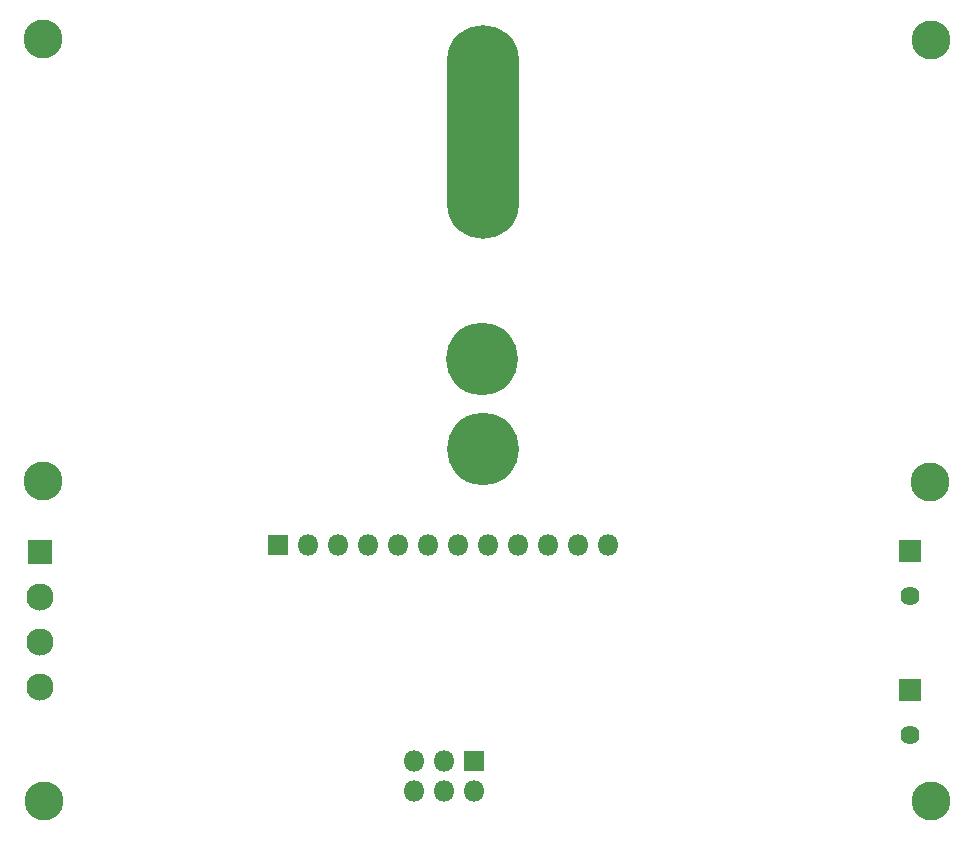
<source format=gbr>
G04 #@! TF.GenerationSoftware,KiCad,Pcbnew,(5.1.5)-3*
G04 #@! TF.CreationDate,2020-07-27T15:31:11+01:00*
G04 #@! TF.ProjectId,diyBMS-CurrentShunt,64697942-4d53-42d4-9375-7272656e7453,rev?*
G04 #@! TF.SameCoordinates,Original*
G04 #@! TF.FileFunction,Soldermask,Bot*
G04 #@! TF.FilePolarity,Negative*
%FSLAX46Y46*%
G04 Gerber Fmt 4.6, Leading zero omitted, Abs format (unit mm)*
G04 Created by KiCad (PCBNEW (5.1.5)-3) date 2020-07-27 15:31:11*
%MOMM*%
%LPD*%
G04 APERTURE LIST*
%ADD10O,6.100000X18.100000*%
%ADD11O,6.100000X6.100000*%
%ADD12C,3.300000*%
%ADD13C,2.300000*%
%ADD14R,2.100000X2.100000*%
%ADD15R,1.800000X1.800000*%
%ADD16O,1.800000X1.800000*%
%ADD17C,1.624000*%
%ADD18R,1.900000X1.900000*%
G04 APERTURE END LIST*
D10*
X108350000Y-43900000D03*
D11*
X108350000Y-70700000D03*
X108300000Y-63100000D03*
D12*
X71100000Y-73450000D03*
X146250000Y-73500000D03*
D13*
X70900000Y-90870000D03*
X70900000Y-87060000D03*
X70900000Y-83250000D03*
D14*
X70900000Y-79440000D03*
D15*
X91000000Y-78850000D03*
D16*
X93540000Y-78850000D03*
X96080000Y-78850000D03*
X98620000Y-78850000D03*
X101160000Y-78850000D03*
X103700000Y-78850000D03*
X106240000Y-78850000D03*
X108780000Y-78850000D03*
X111320000Y-78850000D03*
X113860000Y-78850000D03*
X116400000Y-78850000D03*
X118940000Y-78850000D03*
D12*
X146300000Y-100500000D03*
X71200000Y-100550000D03*
X146300000Y-36050000D03*
X71150000Y-36000000D03*
D15*
X107600000Y-97100000D03*
D16*
X107600000Y-99640000D03*
X105060000Y-97100000D03*
X105060000Y-99640000D03*
X102520000Y-97100000D03*
X102520000Y-99640000D03*
D17*
X144500000Y-94900000D03*
D18*
X144500000Y-91100000D03*
D17*
X144550000Y-83150000D03*
D18*
X144550000Y-79350000D03*
M02*

</source>
